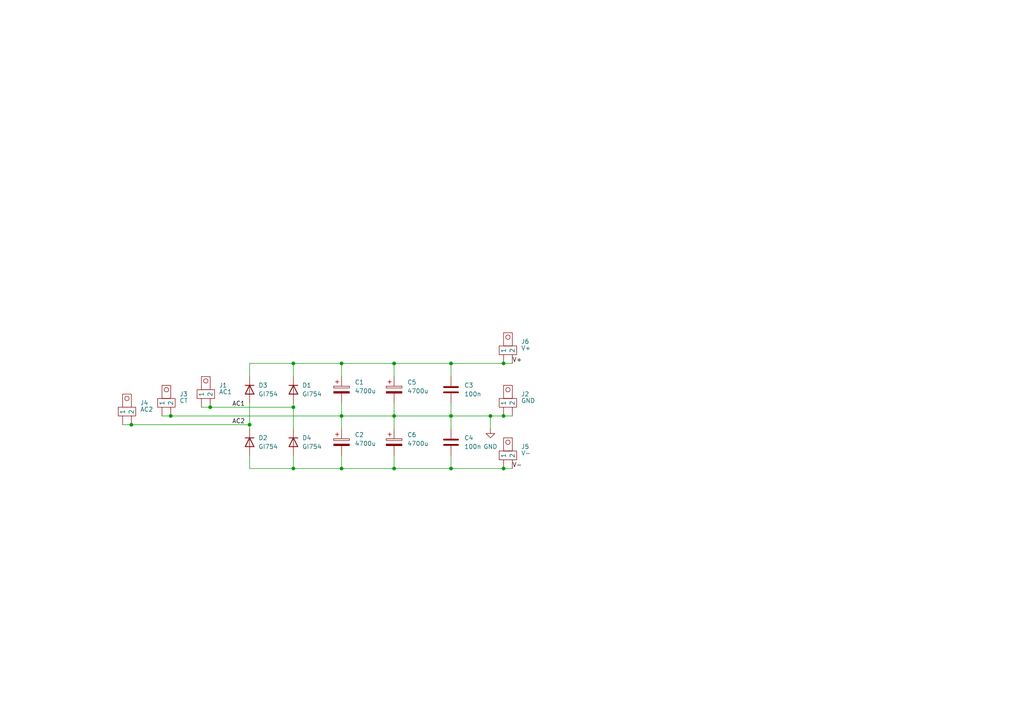
<source format=kicad_sch>
(kicad_sch (version 20231120) (generator "eeschema") (generator_version "8.0")
  (paper "A4")
  (lib_symbols
    (symbol "CustomSymbols:Spade_Connector" (pin_numbers hide)
      (property "Reference" "J" (at 0 2.54 0))
      (symbol "Spade_Connector_0_1"
        (rectangle (start -2.54 0) (end 0 -5.08))
        (rectangle (start 0 -1.27) (end 3.81 -3.81))
        (circle (center 2.54 -2.54) (radius 0.635))
      )
      (symbol "Spade_Connector_1_1"
        (pin passive line (at -5.08 -1.27 0) (length 2.54) (name "1") (number "1"))
        (pin passive line (at -5.08 -3.81 0) (length 2.54) (name "2") (number "2"))
      )
    )
    (symbol "Device:C" (pin_numbers hide) (pin_names (offset 0.254))
      (property "Reference" "C" (at 0.635 2.54 0))
      (property "Value" "C" (at 0.635 -2.54 0))
      (symbol "C_0_1"
        (polyline (pts (xy -2.032 -0.762) (xy 2.032 -0.762)) (stroke (width 0.508)))
        (polyline (pts (xy -2.032 0.762) (xy 2.032 0.762)) (stroke (width 0.508)))
      )
      (symbol "C_1_1"
        (pin passive line (at 0 3.81 270) (length 2.794) (name "~") (number "1"))
        (pin passive line (at 0 -3.81 90) (length 2.794) (name "~") (number "2"))
      )
    )
    (symbol "Device:C_Polarized" (pin_numbers hide) (pin_names (offset 0.254))
      (property "Reference" "C" (at 0.635 2.54 0))
      (property "Value" "C_Polarized" (at 0.635 -2.54 0))
      (symbol "C_Polarized_0_1"
        (rectangle (start -2.286 0.508) (end 2.286 1.016))
        (polyline (pts (xy -1.778 2.286) (xy -0.762 2.286)))
        (polyline (pts (xy -1.27 2.794) (xy -1.27 1.778)))
        (rectangle (start 2.286 -0.508) (end -2.286 -1.016) (fill (type outline)))
      )
      (symbol "C_Polarized_1_1"
        (pin passive line (at 0 3.81 270) (length 2.794) (name "~") (number "1"))
        (pin passive line (at 0 -3.81 90) (length 2.794) (name "~") (number "2"))
      )
    )
    (symbol "Device:D" (pin_numbers hide) (pin_names (offset 1.016) hide)
      (property "Reference" "D" (at 0 2.54 0))
      (property "Value" "D" (at 0 -2.54 0))
      (symbol "D_0_1"
        (polyline (pts (xy -1.27 1.27) (xy -1.27 -1.27)) (stroke (width 0.254)))
        (polyline (pts (xy 1.27 0) (xy -1.27 0)))
        (polyline (pts (xy 1.27 1.27) (xy 1.27 -1.27) (xy -1.27 0) (xy 1.27 1.27)) (stroke (width 0.254)))
      )
      (symbol "D_1_1"
        (pin passive line (at -3.81 0 0) (length 2.54) (name "K") (number "1"))
        (pin passive line (at 3.81 0 180) (length 2.54) (name "A") (number "2"))
      )
    )
    (symbol "power:GND" (power) (pin_numbers hide) (pin_names (offset 0) hide)
      (property "Value" "GND" (at 0 -3.81 0))
      (symbol "GND_0_1"
        (polyline (pts (xy 0 0) (xy 0 -1.27) (xy 1.27 -1.27) (xy 0 -2.54) (xy -1.27 -1.27) (xy 0 -1.27)))
      )
      (symbol "GND_1_1"
        (pin power_in line (at 0 0 270) (length 0) (name "~") (number "1"))
      )
    )
  )
  (junction (at 114.3 135.89))
  (junction (at 99.06 105.41))
  (junction (at 142.24 120.65))
  (junction (at 99.06 120.65))
  (junction (at 114.3 120.65))
  (junction (at 130.81 135.89))
  (junction (at 85.09 105.41))
  (junction (at 146.05 120.65))
  (junction (at 60.96 118.11))
  (junction (at 72.39 123.19))
  (junction (at 130.81 105.41))
  (junction (at 49.53 120.65))
  (junction (at 146.05 135.89))
  (junction (at 146.05 105.41))
  (junction (at 85.09 118.11))
  (junction (at 114.3 105.41))
  (junction (at 85.09 135.89))
  (junction (at 99.06 135.89))
  (junction (at 38.1 123.19))
  (junction (at 130.81 120.65))
  (wire (pts (xy 35.56 123.19) (xy 38.1 123.19)))
  (wire (pts (xy 99.06 132.08) (xy 99.06 135.89)))
  (wire (pts (xy 85.09 132.08) (xy 85.09 135.89)))
  (wire (pts (xy 99.06 116.84) (xy 99.06 120.65)))
  (wire (pts (xy 72.39 135.89) (xy 72.39 132.08)))
  (wire (pts (xy 60.96 118.11) (xy 85.09 118.11)))
  (wire (pts (xy 130.81 105.41) (xy 146.05 105.41)))
  (wire (pts (xy 46.99 120.65) (xy 49.53 120.65)))
  (wire (pts (xy 146.05 135.89) (xy 148.59 135.89)))
  (wire (pts (xy 146.05 120.65) (xy 148.59 120.65)))
  (wire (pts (xy 142.24 120.65) (xy 142.24 124.46)))
  (wire (pts (xy 146.05 105.41) (xy 148.59 105.41)))
  (wire (pts (xy 85.09 116.84) (xy 85.09 118.11)))
  (wire (pts (xy 85.09 105.41) (xy 85.09 109.22)))
  (wire (pts (xy 114.3 135.89) (xy 99.06 135.89)))
  (wire (pts (xy 85.09 105.41) (xy 99.06 105.41)))
  (wire (pts (xy 85.09 118.11) (xy 85.09 124.46)))
  (wire (pts (xy 114.3 120.65) (xy 114.3 124.46)))
  (wire (pts (xy 114.3 105.41) (xy 114.3 109.22)))
  (wire (pts (xy 142.24 120.65) (xy 146.05 120.65)))
  (wire (pts (xy 130.81 132.08) (xy 130.81 135.89)))
  (wire (pts (xy 72.39 116.84) (xy 72.39 123.19)))
  (wire (pts (xy 130.81 116.84) (xy 130.81 120.65)))
  (wire (pts (xy 58.42 118.11) (xy 60.96 118.11)))
  (wire (pts (xy 130.81 135.89) (xy 114.3 135.89)))
  (wire (pts (xy 99.06 135.89) (xy 85.09 135.89)))
  (wire (pts (xy 99.06 120.65) (xy 99.06 124.46)))
  (wire (pts (xy 49.53 120.65) (xy 99.06 120.65)))
  (wire (pts (xy 130.81 120.65) (xy 142.24 120.65)))
  (wire (pts (xy 130.81 105.41) (xy 130.81 109.22)))
  (wire (pts (xy 72.39 105.41) (xy 72.39 109.22)))
  (wire (pts (xy 114.3 120.65) (xy 130.81 120.65)))
  (wire (pts (xy 130.81 120.65) (xy 130.81 124.46)))
  (wire (pts (xy 72.39 123.19) (xy 72.39 124.46)))
  (wire (pts (xy 99.06 105.41) (xy 114.3 105.41)))
  (wire (pts (xy 114.3 132.08) (xy 114.3 135.89)))
  (wire (pts (xy 114.3 105.41) (xy 130.81 105.41)))
  (wire (pts (xy 72.39 105.41) (xy 85.09 105.41)))
  (wire (pts (xy 114.3 116.84) (xy 114.3 120.65)))
  (wire (pts (xy 38.1 123.19) (xy 72.39 123.19)))
  (wire (pts (xy 99.06 109.22) (xy 99.06 105.41)))
  (wire (pts (xy 99.06 120.65) (xy 114.3 120.65)))
  (wire (pts (xy 72.39 135.89) (xy 85.09 135.89)))
  (wire (pts (xy 130.81 135.89) (xy 146.05 135.89)))
  (label "AC1" (at 67.31 118.11 0))
  (label "AC2" (at 67.31 123.19 0))
  (label "V-" (at 148.59 135.89 0))
  (label "V+" (at 148.59 105.41 0))
  (symbol (lib_id "power:GND") (at 142.24 124.46 0) (unit 1)
    (property "Reference" "#PWR01" (effects (hide yes)))
    (property "Value" "GND" (at 142.24 129.54 0))
    (property "Description" "Power symbol creates a global label with name \"GND\" , ground" (effects (hide yes)))
  )
  (symbol (lib_id "Device:C_Polarized") (at 99.06 113.03 0) (unit 1)
    (property "Reference" "C1" (at 102.87 110.8709 0) (effects (justify left)))
    (property "Value" "4700u" (at 102.87 113.4109 0) (effects (justify left)))
    (property "Footprint" "Capacitor_THT:CP_Radial_D18.0mm_P7.50mm" (effects (hide yes)))
    (property "Description" "Polarized capacitor" (effects (hide yes)))
  )
  (symbol (lib_id "Device:D") (at 72.39 113.03 270) (unit 1)
    (property "Reference" "D3" (at 74.93 111.7599 90) (effects (justify left)))
    (property "Value" "GI754" (at 74.93 114.2999 90) (effects (justify left)))
    (property "Footprint" "Diode_THT:D_P600_R-6_P12.70mm_Horizontal" (effects (hide yes)))
    (property "Description" "Diode" (effects (hide yes)))
    (property "Sim.Device" "D" (effects (hide yes)))
    (property "Sim.Pins" "1=K 2=A" (effects (hide yes)))
  )
  (symbol (lib_id "CustomSymbols:Spade_Connector") (at 144.78 130.81 90) (unit 1)
    (property "Reference" "J5" (at 151.13 129.5399 90) (effects (justify right)))
    (property "Value" "V-" (at 151.13 131.445 90) (effects (justify right)))
    (property "Footprint" "Custom:Spade Connector" (effects (hide yes)))
  )
  (symbol (lib_id "Device:C_Polarized") (at 99.06 128.27 0) (unit 1)
    (property "Reference" "C2" (at 102.87 126.1109 0) (effects (justify left)))
    (property "Value" "4700u" (at 102.87 128.6509 0) (effects (justify left)))
    (property "Footprint" "Capacitor_THT:CP_Radial_D18.0mm_P7.50mm" (effects (hide yes)))
    (property "Description" "Polarized capacitor" (effects (hide yes)))
  )
  (symbol (lib_id "Device:C_Polarized") (at 114.3 128.27 0) (unit 1)
    (property "Reference" "C6" (at 118.11 126.1109 0) (effects (justify left)))
    (property "Value" "4700u" (at 118.11 128.6509 0) (effects (justify left)))
    (property "Footprint" "Capacitor_THT:CP_Radial_D18.0mm_P7.50mm" (effects (hide yes)))
    (property "Description" "Polarized capacitor" (effects (hide yes)))
  )
  (symbol (lib_id "CustomSymbols:Spade_Connector") (at 57.15 113.03 90) (unit 1)
    (property "Reference" "J1" (at 63.5 111.7599 90) (effects (justify right)))
    (property "Value" "AC1" (at 63.5 113.665 90) (effects (justify right)))
    (property "Footprint" "Custom:Spade Connector" (effects (hide yes)))
  )
  (symbol (lib_id "CustomSymbols:Spade_Connector") (at 34.29 118.11 90) (unit 1)
    (property "Reference" "J4" (at 40.64 116.8399 90) (effects (justify right)))
    (property "Value" "AC2" (at 40.64 118.745 90) (effects (justify right)))
    (property "Footprint" "Custom:Spade Connector" (effects (hide yes)))
  )
  (symbol (lib_id "Device:C") (at 130.81 113.03 0) (unit 1)
    (property "Reference" "C3" (at 134.62 111.7599 0) (effects (justify left)))
    (property "Value" "100n" (at 134.62 114.2999 0) (effects (justify left)))
    (property "Footprint" "Capacitor_THT:C_Rect_L7.2mm_W5.5mm_P5.00mm_FKS2_FKP2_MKS2_MKP2" (effects (hide yes)))
    (property "Description" "Unpolarized capacitor" (effects (hide yes)))
  )
  (symbol (lib_id "CustomSymbols:Spade_Connector") (at 144.78 100.33 90) (unit 1)
    (property "Reference" "J6" (at 151.13 99.0599 90) (effects (justify right)))
    (property "Value" "V+" (at 151.13 100.965 90) (effects (justify right)))
    (property "Footprint" "Custom:Spade Connector" (effects (hide yes)))
  )
  (symbol (lib_id "CustomSymbols:Spade_Connector") (at 144.78 115.57 90) (unit 1)
    (property "Reference" "J2" (at 151.13 114.2999 90) (effects (justify right)))
    (property "Value" "GND" (at 151.13 116.205 90) (effects (justify right)))
    (property "Footprint" "Custom:Spade Connector" (effects (hide yes)))
  )
  (symbol (lib_id "Device:D") (at 85.09 113.03 270) (unit 1)
    (property "Reference" "D1" (at 87.63 111.7599 90) (effects (justify left)))
    (property "Value" "GI754" (at 87.63 114.2999 90) (effects (justify left)))
    (property "Footprint" "Diode_THT:D_P600_R-6_P12.70mm_Horizontal" (effects (hide yes)))
    (property "Description" "Diode" (effects (hide yes)))
    (property "Sim.Device" "D" (effects (hide yes)))
    (property "Sim.Pins" "1=K 2=A" (effects (hide yes)))
  )
  (symbol (lib_id "Device:D") (at 85.09 128.27 270) (unit 1)
    (property "Reference" "D4" (at 87.63 126.9999 90) (effects (justify left)))
    (property "Value" "GI754" (at 87.63 129.5399 90) (effects (justify left)))
    (property "Footprint" "Diode_THT:D_P600_R-6_P12.70mm_Horizontal" (effects (hide yes)))
    (property "Description" "Diode" (effects (hide yes)))
    (property "Sim.Device" "D" (effects (hide yes)))
    (property "Sim.Pins" "1=K 2=A" (effects (hide yes)))
  )
  (symbol (lib_id "Device:C") (at 130.81 128.27 0) (unit 1)
    (property "Reference" "C4" (at 134.62 126.9999 0) (effects (justify left)))
    (property "Value" "100n" (at 134.62 129.5399 0) (effects (justify left)))
    (property "Footprint" "Capacitor_THT:C_Rect_L7.2mm_W5.5mm_P5.00mm_FKS2_FKP2_MKS2_MKP2" (effects (hide yes)))
    (property "Description" "Unpolarized capacitor" (effects (hide yes)))
  )
  (symbol (lib_id "CustomSymbols:Spade_Connector") (at 45.72 115.57 90) (unit 1)
    (property "Reference" "J3" (at 52.07 114.2999 90) (effects (justify right)))
    (property "Value" "CT" (at 52.07 116.205 90) (effects (justify right)))
    (property "Footprint" "Custom:Spade Connector" (effects (hide yes)))
  )
  (symbol (lib_id "Device:D") (at 72.39 128.27 270) (unit 1)
    (property "Reference" "D2" (at 74.93 126.9999 90) (effects (justify left)))
    (property "Value" "GI754" (at 74.93 129.5399 90) (effects (justify left)))
    (property "Footprint" "Diode_THT:D_P600_R-6_P12.70mm_Horizontal" (effects (hide yes)))
    (property "Description" "Diode" (effects (hide yes)))
    (property "Sim.Device" "D" (effects (hide yes)))
    (property "Sim.Pins" "1=K 2=A" (effects (hide yes)))
  )
  (symbol (lib_id "Device:C_Polarized") (at 114.3 113.03 0) (unit 1)
    (property "Reference" "C5" (at 118.11 110.8709 0) (effects (justify left)))
    (property "Value" "4700u" (at 118.11 113.4109 0) (effects (justify left)))
    (property "Footprint" "Capacitor_THT:CP_Radial_D18.0mm_P7.50mm" (effects (hide yes)))
    (property "Description" "Polarized capacitor" (effects (hide yes)))
  )
)
</source>
